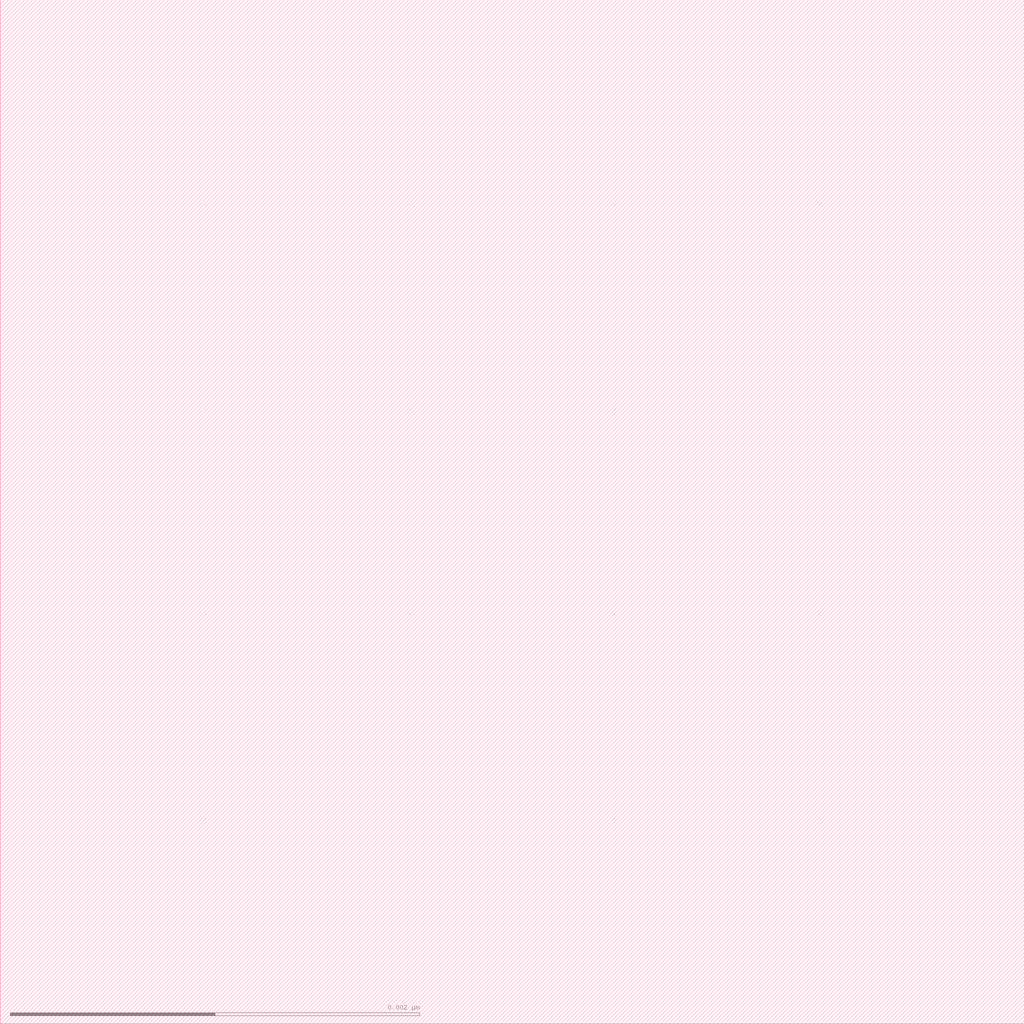
<source format=lef>
# Copyright 2020 The SkyWater PDK Authors
#
# Licensed under the Apache License, Version 2.0 (the "License");
# you may not use this file except in compliance with the License.
# You may obtain a copy of the License at
#
#     https://www.apache.org/licenses/LICENSE-2.0
#
# Unless required by applicable law or agreed to in writing, software
# distributed under the License is distributed on an "AS IS" BASIS,
# WITHOUT WARRANTIES OR CONDITIONS OF ANY KIND, either express or implied.
# See the License for the specific language governing permissions and
# limitations under the License.
#
# SPDX-License-Identifier: Apache-2.0

VERSION 5.7 ;
  NOWIREEXTENSIONATPIN ON ;
  DIVIDERCHAR "/" ;
  BUSBITCHARS "[]" ;
MACRO sky130_fd_pr_reram__reram_inst
  CLASS BLOCK ;
  FOREIGN sky130_fd_pr_reram__reram_inst ;
  ORIGIN -0.310000 -0.200000 ;
  SIZE  0.005000 BY  0.005000 ;
END sky130_fd_pr_reram__reram_inst
END LIBRARY

</source>
